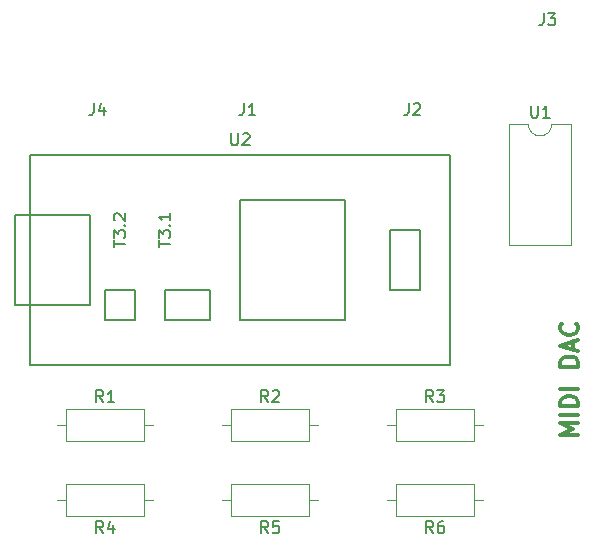
<source format=gto>
G04 #@! TF.GenerationSoftware,KiCad,Pcbnew,5.0.2-bee76a0~70~ubuntu18.04.1*
G04 #@! TF.CreationDate,2019-03-20T16:50:48-04:00*
G04 #@! TF.ProjectId,DAC,4441432e-6b69-4636-9164-5f7063625858,rev?*
G04 #@! TF.SameCoordinates,Original*
G04 #@! TF.FileFunction,Legend,Top*
G04 #@! TF.FilePolarity,Positive*
%FSLAX46Y46*%
G04 Gerber Fmt 4.6, Leading zero omitted, Abs format (unit mm)*
G04 Created by KiCad (PCBNEW 5.0.2-bee76a0~70~ubuntu18.04.1) date Wed 20 Mar 2019 04:50:48 PM EDT*
%MOMM*%
%LPD*%
G01*
G04 APERTURE LIST*
%ADD10C,0.300000*%
%ADD11C,0.150000*%
%ADD12C,0.120000*%
G04 APERTURE END LIST*
D10*
X61638571Y-50398571D02*
X60138571Y-50398571D01*
X61210000Y-49898571D01*
X60138571Y-49398571D01*
X61638571Y-49398571D01*
X61638571Y-48684285D02*
X60138571Y-48684285D01*
X61638571Y-47970000D02*
X60138571Y-47970000D01*
X60138571Y-47612857D01*
X60210000Y-47398571D01*
X60352857Y-47255714D01*
X60495714Y-47184285D01*
X60781428Y-47112857D01*
X60995714Y-47112857D01*
X61281428Y-47184285D01*
X61424285Y-47255714D01*
X61567142Y-47398571D01*
X61638571Y-47612857D01*
X61638571Y-47970000D01*
X61638571Y-46470000D02*
X60138571Y-46470000D01*
X61638571Y-44612857D02*
X60138571Y-44612857D01*
X60138571Y-44255714D01*
X60210000Y-44041428D01*
X60352857Y-43898571D01*
X60495714Y-43827142D01*
X60781428Y-43755714D01*
X60995714Y-43755714D01*
X61281428Y-43827142D01*
X61424285Y-43898571D01*
X61567142Y-44041428D01*
X61638571Y-44255714D01*
X61638571Y-44612857D01*
X61210000Y-43184285D02*
X61210000Y-42470000D01*
X61638571Y-43327142D02*
X60138571Y-42827142D01*
X61638571Y-42327142D01*
X61495714Y-40970000D02*
X61567142Y-41041428D01*
X61638571Y-41255714D01*
X61638571Y-41398571D01*
X61567142Y-41612857D01*
X61424285Y-41755714D01*
X61281428Y-41827142D01*
X60995714Y-41898571D01*
X60781428Y-41898571D01*
X60495714Y-41827142D01*
X60352857Y-41755714D01*
X60210000Y-41612857D01*
X60138571Y-41398571D01*
X60138571Y-41255714D01*
X60210000Y-41041428D01*
X60281428Y-40970000D01*
D11*
G04 #@! TO.C,U2*
X15240000Y-39370000D02*
X13970000Y-39370000D01*
X13970000Y-39370000D02*
X13970000Y-31750000D01*
X13970000Y-31750000D02*
X15240000Y-31750000D01*
X26670000Y-40640000D02*
X30480000Y-40640000D01*
X30480000Y-40640000D02*
X30480000Y-38100000D01*
X30480000Y-38100000D02*
X26670000Y-38100000D01*
X26670000Y-38100000D02*
X26670000Y-40640000D01*
X20320000Y-39370000D02*
X20320000Y-31750000D01*
X20320000Y-31750000D02*
X15240000Y-31750000D01*
X20320000Y-39370000D02*
X15240000Y-39370000D01*
X21590000Y-40640000D02*
X24130000Y-40640000D01*
X24130000Y-40640000D02*
X24130000Y-38100000D01*
X24130000Y-38100000D02*
X21590000Y-38100000D01*
X21590000Y-38100000D02*
X21590000Y-40640000D01*
X48260000Y-33020000D02*
X48260000Y-38100000D01*
X48260000Y-38100000D02*
X45720000Y-38100000D01*
X45720000Y-38100000D02*
X45720000Y-33020000D01*
X45720000Y-33020000D02*
X48260000Y-33020000D01*
X41910000Y-40640000D02*
X41910000Y-30480000D01*
X33020000Y-30480000D02*
X33020000Y-40640000D01*
X41910000Y-30480000D02*
X33020000Y-30480000D01*
X41910000Y-40640000D02*
X33020000Y-40640000D01*
X15240000Y-26670000D02*
X50800000Y-26670000D01*
X50800000Y-26670000D02*
X50800000Y-44450000D01*
X50800000Y-44450000D02*
X15240000Y-44450000D01*
X15240000Y-44450000D02*
X15240000Y-26670000D01*
D12*
G04 #@! TO.C,R1*
X18320000Y-48160000D02*
X18320000Y-50900000D01*
X18320000Y-50900000D02*
X24860000Y-50900000D01*
X24860000Y-50900000D02*
X24860000Y-48160000D01*
X24860000Y-48160000D02*
X18320000Y-48160000D01*
X17550000Y-49530000D02*
X18320000Y-49530000D01*
X25630000Y-49530000D02*
X24860000Y-49530000D01*
G04 #@! TO.C,R2*
X39600000Y-49530000D02*
X38830000Y-49530000D01*
X31520000Y-49530000D02*
X32290000Y-49530000D01*
X38830000Y-48160000D02*
X32290000Y-48160000D01*
X38830000Y-50900000D02*
X38830000Y-48160000D01*
X32290000Y-50900000D02*
X38830000Y-50900000D01*
X32290000Y-48160000D02*
X32290000Y-50900000D01*
G04 #@! TO.C,R3*
X46260000Y-48160000D02*
X46260000Y-50900000D01*
X46260000Y-50900000D02*
X52800000Y-50900000D01*
X52800000Y-50900000D02*
X52800000Y-48160000D01*
X52800000Y-48160000D02*
X46260000Y-48160000D01*
X45490000Y-49530000D02*
X46260000Y-49530000D01*
X53570000Y-49530000D02*
X52800000Y-49530000D01*
G04 #@! TO.C,R4*
X17550000Y-55880000D02*
X18320000Y-55880000D01*
X25630000Y-55880000D02*
X24860000Y-55880000D01*
X18320000Y-57250000D02*
X24860000Y-57250000D01*
X18320000Y-54510000D02*
X18320000Y-57250000D01*
X24860000Y-54510000D02*
X18320000Y-54510000D01*
X24860000Y-57250000D02*
X24860000Y-54510000D01*
G04 #@! TO.C,R5*
X38830000Y-57250000D02*
X38830000Y-54510000D01*
X38830000Y-54510000D02*
X32290000Y-54510000D01*
X32290000Y-54510000D02*
X32290000Y-57250000D01*
X32290000Y-57250000D02*
X38830000Y-57250000D01*
X39600000Y-55880000D02*
X38830000Y-55880000D01*
X31520000Y-55880000D02*
X32290000Y-55880000D01*
G04 #@! TO.C,R6*
X45490000Y-55880000D02*
X46260000Y-55880000D01*
X53570000Y-55880000D02*
X52800000Y-55880000D01*
X46260000Y-57250000D02*
X52800000Y-57250000D01*
X46260000Y-54510000D02*
X46260000Y-57250000D01*
X52800000Y-54510000D02*
X46260000Y-54510000D01*
X52800000Y-57250000D02*
X52800000Y-54510000D01*
G04 #@! TO.C,U1*
X59420000Y-24070000D02*
G75*
G02X57420000Y-24070000I-1000000J0D01*
G01*
X57420000Y-24070000D02*
X55770000Y-24070000D01*
X55770000Y-24070000D02*
X55770000Y-34350000D01*
X55770000Y-34350000D02*
X61070000Y-34350000D01*
X61070000Y-34350000D02*
X61070000Y-24070000D01*
X61070000Y-24070000D02*
X59420000Y-24070000D01*
G04 #@! TO.C,U2*
D11*
X32258095Y-24852380D02*
X32258095Y-25661904D01*
X32305714Y-25757142D01*
X32353333Y-25804761D01*
X32448571Y-25852380D01*
X32639047Y-25852380D01*
X32734285Y-25804761D01*
X32781904Y-25757142D01*
X32829523Y-25661904D01*
X32829523Y-24852380D01*
X33258095Y-24947619D02*
X33305714Y-24900000D01*
X33400952Y-24852380D01*
X33639047Y-24852380D01*
X33734285Y-24900000D01*
X33781904Y-24947619D01*
X33829523Y-25042857D01*
X33829523Y-25138095D01*
X33781904Y-25280952D01*
X33210476Y-25852380D01*
X33829523Y-25852380D01*
X22312380Y-34496190D02*
X22312380Y-33924761D01*
X23312380Y-34210476D02*
X22312380Y-34210476D01*
X22312380Y-33686666D02*
X22312380Y-33067619D01*
X22693333Y-33400952D01*
X22693333Y-33258095D01*
X22740952Y-33162857D01*
X22788571Y-33115238D01*
X22883809Y-33067619D01*
X23121904Y-33067619D01*
X23217142Y-33115238D01*
X23264761Y-33162857D01*
X23312380Y-33258095D01*
X23312380Y-33543809D01*
X23264761Y-33639047D01*
X23217142Y-33686666D01*
X23217142Y-32639047D02*
X23264761Y-32591428D01*
X23312380Y-32639047D01*
X23264761Y-32686666D01*
X23217142Y-32639047D01*
X23312380Y-32639047D01*
X22407619Y-32210476D02*
X22360000Y-32162857D01*
X22312380Y-32067619D01*
X22312380Y-31829523D01*
X22360000Y-31734285D01*
X22407619Y-31686666D01*
X22502857Y-31639047D01*
X22598095Y-31639047D01*
X22740952Y-31686666D01*
X23312380Y-32258095D01*
X23312380Y-31639047D01*
X26122380Y-34496190D02*
X26122380Y-33924761D01*
X27122380Y-34210476D02*
X26122380Y-34210476D01*
X26122380Y-33686666D02*
X26122380Y-33067619D01*
X26503333Y-33400952D01*
X26503333Y-33258095D01*
X26550952Y-33162857D01*
X26598571Y-33115238D01*
X26693809Y-33067619D01*
X26931904Y-33067619D01*
X27027142Y-33115238D01*
X27074761Y-33162857D01*
X27122380Y-33258095D01*
X27122380Y-33543809D01*
X27074761Y-33639047D01*
X27027142Y-33686666D01*
X27027142Y-32639047D02*
X27074761Y-32591428D01*
X27122380Y-32639047D01*
X27074761Y-32686666D01*
X27027142Y-32639047D01*
X27122380Y-32639047D01*
X27122380Y-31639047D02*
X27122380Y-32210476D01*
X27122380Y-31924761D02*
X26122380Y-31924761D01*
X26265238Y-32020000D01*
X26360476Y-32115238D01*
X26408095Y-32210476D01*
G04 #@! TO.C,R1*
X21423333Y-47612380D02*
X21090000Y-47136190D01*
X20851904Y-47612380D02*
X20851904Y-46612380D01*
X21232857Y-46612380D01*
X21328095Y-46660000D01*
X21375714Y-46707619D01*
X21423333Y-46802857D01*
X21423333Y-46945714D01*
X21375714Y-47040952D01*
X21328095Y-47088571D01*
X21232857Y-47136190D01*
X20851904Y-47136190D01*
X22375714Y-47612380D02*
X21804285Y-47612380D01*
X22090000Y-47612380D02*
X22090000Y-46612380D01*
X21994761Y-46755238D01*
X21899523Y-46850476D01*
X21804285Y-46898095D01*
G04 #@! TO.C,J1*
X33321666Y-22312380D02*
X33321666Y-23026666D01*
X33274047Y-23169523D01*
X33178809Y-23264761D01*
X33035952Y-23312380D01*
X32940714Y-23312380D01*
X34321666Y-23312380D02*
X33750238Y-23312380D01*
X34035952Y-23312380D02*
X34035952Y-22312380D01*
X33940714Y-22455238D01*
X33845476Y-22550476D01*
X33750238Y-22598095D01*
G04 #@! TO.C,J2*
X47291666Y-22312380D02*
X47291666Y-23026666D01*
X47244047Y-23169523D01*
X47148809Y-23264761D01*
X47005952Y-23312380D01*
X46910714Y-23312380D01*
X47720238Y-22407619D02*
X47767857Y-22360000D01*
X47863095Y-22312380D01*
X48101190Y-22312380D01*
X48196428Y-22360000D01*
X48244047Y-22407619D01*
X48291666Y-22502857D01*
X48291666Y-22598095D01*
X48244047Y-22740952D01*
X47672619Y-23312380D01*
X48291666Y-23312380D01*
G04 #@! TO.C,J3*
X58721666Y-14692380D02*
X58721666Y-15406666D01*
X58674047Y-15549523D01*
X58578809Y-15644761D01*
X58435952Y-15692380D01*
X58340714Y-15692380D01*
X59102619Y-14692380D02*
X59721666Y-14692380D01*
X59388333Y-15073333D01*
X59531190Y-15073333D01*
X59626428Y-15120952D01*
X59674047Y-15168571D01*
X59721666Y-15263809D01*
X59721666Y-15501904D01*
X59674047Y-15597142D01*
X59626428Y-15644761D01*
X59531190Y-15692380D01*
X59245476Y-15692380D01*
X59150238Y-15644761D01*
X59102619Y-15597142D01*
G04 #@! TO.C,J4*
X20621666Y-22312380D02*
X20621666Y-23026666D01*
X20574047Y-23169523D01*
X20478809Y-23264761D01*
X20335952Y-23312380D01*
X20240714Y-23312380D01*
X21526428Y-22645714D02*
X21526428Y-23312380D01*
X21288333Y-22264761D02*
X21050238Y-22979047D01*
X21669285Y-22979047D01*
G04 #@! TO.C,R2*
X35393333Y-47612380D02*
X35060000Y-47136190D01*
X34821904Y-47612380D02*
X34821904Y-46612380D01*
X35202857Y-46612380D01*
X35298095Y-46660000D01*
X35345714Y-46707619D01*
X35393333Y-46802857D01*
X35393333Y-46945714D01*
X35345714Y-47040952D01*
X35298095Y-47088571D01*
X35202857Y-47136190D01*
X34821904Y-47136190D01*
X35774285Y-46707619D02*
X35821904Y-46660000D01*
X35917142Y-46612380D01*
X36155238Y-46612380D01*
X36250476Y-46660000D01*
X36298095Y-46707619D01*
X36345714Y-46802857D01*
X36345714Y-46898095D01*
X36298095Y-47040952D01*
X35726666Y-47612380D01*
X36345714Y-47612380D01*
G04 #@! TO.C,R3*
X49363333Y-47612380D02*
X49030000Y-47136190D01*
X48791904Y-47612380D02*
X48791904Y-46612380D01*
X49172857Y-46612380D01*
X49268095Y-46660000D01*
X49315714Y-46707619D01*
X49363333Y-46802857D01*
X49363333Y-46945714D01*
X49315714Y-47040952D01*
X49268095Y-47088571D01*
X49172857Y-47136190D01*
X48791904Y-47136190D01*
X49696666Y-46612380D02*
X50315714Y-46612380D01*
X49982380Y-46993333D01*
X50125238Y-46993333D01*
X50220476Y-47040952D01*
X50268095Y-47088571D01*
X50315714Y-47183809D01*
X50315714Y-47421904D01*
X50268095Y-47517142D01*
X50220476Y-47564761D01*
X50125238Y-47612380D01*
X49839523Y-47612380D01*
X49744285Y-47564761D01*
X49696666Y-47517142D01*
G04 #@! TO.C,R4*
X21423333Y-58702380D02*
X21090000Y-58226190D01*
X20851904Y-58702380D02*
X20851904Y-57702380D01*
X21232857Y-57702380D01*
X21328095Y-57750000D01*
X21375714Y-57797619D01*
X21423333Y-57892857D01*
X21423333Y-58035714D01*
X21375714Y-58130952D01*
X21328095Y-58178571D01*
X21232857Y-58226190D01*
X20851904Y-58226190D01*
X22280476Y-58035714D02*
X22280476Y-58702380D01*
X22042380Y-57654761D02*
X21804285Y-58369047D01*
X22423333Y-58369047D01*
G04 #@! TO.C,R5*
X35393333Y-58702380D02*
X35060000Y-58226190D01*
X34821904Y-58702380D02*
X34821904Y-57702380D01*
X35202857Y-57702380D01*
X35298095Y-57750000D01*
X35345714Y-57797619D01*
X35393333Y-57892857D01*
X35393333Y-58035714D01*
X35345714Y-58130952D01*
X35298095Y-58178571D01*
X35202857Y-58226190D01*
X34821904Y-58226190D01*
X36298095Y-57702380D02*
X35821904Y-57702380D01*
X35774285Y-58178571D01*
X35821904Y-58130952D01*
X35917142Y-58083333D01*
X36155238Y-58083333D01*
X36250476Y-58130952D01*
X36298095Y-58178571D01*
X36345714Y-58273809D01*
X36345714Y-58511904D01*
X36298095Y-58607142D01*
X36250476Y-58654761D01*
X36155238Y-58702380D01*
X35917142Y-58702380D01*
X35821904Y-58654761D01*
X35774285Y-58607142D01*
G04 #@! TO.C,R6*
X49363333Y-58702380D02*
X49030000Y-58226190D01*
X48791904Y-58702380D02*
X48791904Y-57702380D01*
X49172857Y-57702380D01*
X49268095Y-57750000D01*
X49315714Y-57797619D01*
X49363333Y-57892857D01*
X49363333Y-58035714D01*
X49315714Y-58130952D01*
X49268095Y-58178571D01*
X49172857Y-58226190D01*
X48791904Y-58226190D01*
X50220476Y-57702380D02*
X50030000Y-57702380D01*
X49934761Y-57750000D01*
X49887142Y-57797619D01*
X49791904Y-57940476D01*
X49744285Y-58130952D01*
X49744285Y-58511904D01*
X49791904Y-58607142D01*
X49839523Y-58654761D01*
X49934761Y-58702380D01*
X50125238Y-58702380D01*
X50220476Y-58654761D01*
X50268095Y-58607142D01*
X50315714Y-58511904D01*
X50315714Y-58273809D01*
X50268095Y-58178571D01*
X50220476Y-58130952D01*
X50125238Y-58083333D01*
X49934761Y-58083333D01*
X49839523Y-58130952D01*
X49791904Y-58178571D01*
X49744285Y-58273809D01*
G04 #@! TO.C,U1*
X57658095Y-22522380D02*
X57658095Y-23331904D01*
X57705714Y-23427142D01*
X57753333Y-23474761D01*
X57848571Y-23522380D01*
X58039047Y-23522380D01*
X58134285Y-23474761D01*
X58181904Y-23427142D01*
X58229523Y-23331904D01*
X58229523Y-22522380D01*
X59229523Y-23522380D02*
X58658095Y-23522380D01*
X58943809Y-23522380D02*
X58943809Y-22522380D01*
X58848571Y-22665238D01*
X58753333Y-22760476D01*
X58658095Y-22808095D01*
G04 #@! TD*
M02*

</source>
